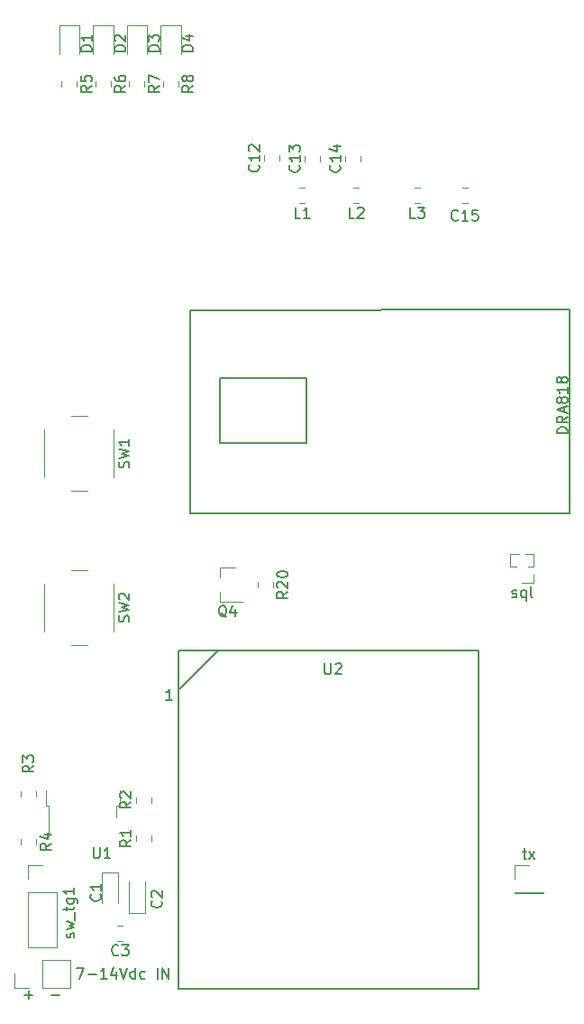
<source format=gbr>
G04 #@! TF.GenerationSoftware,KiCad,Pcbnew,5.1.4-e60b266~84~ubuntu18.04.1*
G04 #@! TF.CreationDate,2019-08-27T12:37:19-06:00*
G04 #@! TF.ProjectId,APRS_MicroNode,41505253-5f4d-4696-9372-6f4e6f64652e,rev?*
G04 #@! TF.SameCoordinates,Original*
G04 #@! TF.FileFunction,Legend,Top*
G04 #@! TF.FilePolarity,Positive*
%FSLAX46Y46*%
G04 Gerber Fmt 4.6, Leading zero omitted, Abs format (unit mm)*
G04 Created by KiCad (PCBNEW 5.1.4-e60b266~84~ubuntu18.04.1) date 2019-08-27 12:37:19*
%MOMM*%
%LPD*%
G04 APERTURE LIST*
%ADD10C,0.150000*%
%ADD11C,0.120000*%
G04 APERTURE END LIST*
D10*
X102322857Y-172807380D02*
X102989523Y-172807380D01*
X102560952Y-173807380D01*
X103370476Y-173426428D02*
X104132380Y-173426428D01*
X105132380Y-173807380D02*
X104560952Y-173807380D01*
X104846666Y-173807380D02*
X104846666Y-172807380D01*
X104751428Y-172950238D01*
X104656190Y-173045476D01*
X104560952Y-173093095D01*
X105989523Y-173140714D02*
X105989523Y-173807380D01*
X105751428Y-172759761D02*
X105513333Y-173474047D01*
X106132380Y-173474047D01*
X106370476Y-172807380D02*
X106703809Y-173807380D01*
X107037142Y-172807380D01*
X107799047Y-173807380D02*
X107799047Y-172807380D01*
X107799047Y-173759761D02*
X107703809Y-173807380D01*
X107513333Y-173807380D01*
X107418095Y-173759761D01*
X107370476Y-173712142D01*
X107322857Y-173616904D01*
X107322857Y-173331190D01*
X107370476Y-173235952D01*
X107418095Y-173188333D01*
X107513333Y-173140714D01*
X107703809Y-173140714D01*
X107799047Y-173188333D01*
X108703809Y-173759761D02*
X108608571Y-173807380D01*
X108418095Y-173807380D01*
X108322857Y-173759761D01*
X108275238Y-173712142D01*
X108227619Y-173616904D01*
X108227619Y-173331190D01*
X108275238Y-173235952D01*
X108322857Y-173188333D01*
X108418095Y-173140714D01*
X108608571Y-173140714D01*
X108703809Y-173188333D01*
X109894285Y-173807380D02*
X109894285Y-172807380D01*
X110370476Y-173807380D02*
X110370476Y-172807380D01*
X110941904Y-173807380D01*
X110941904Y-172807380D01*
X97409047Y-175331428D02*
X98170952Y-175331428D01*
X97790000Y-175712380D02*
X97790000Y-174950476D01*
X99949047Y-175331428D02*
X100710952Y-175331428D01*
D11*
X97730000Y-170875000D02*
X100390000Y-170875000D01*
X97730000Y-165735000D02*
X97730000Y-170875000D01*
X100390000Y-165735000D02*
X100390000Y-170875000D01*
X97730000Y-165735000D02*
X100390000Y-165735000D01*
X97730000Y-164465000D02*
X97730000Y-163135000D01*
X97730000Y-163135000D02*
X99060000Y-163135000D01*
X104625000Y-163850000D02*
X104625000Y-166735000D01*
X106195000Y-163850000D02*
X104625000Y-163850000D01*
X106195000Y-166735000D02*
X106195000Y-163850000D01*
X107165000Y-164735000D02*
X107165000Y-167620000D01*
X107165000Y-167620000D02*
X108735000Y-167620000D01*
X108735000Y-167620000D02*
X108735000Y-164735000D01*
X106636078Y-170255000D02*
X106118922Y-170255000D01*
X106636078Y-168835000D02*
X106118922Y-168835000D01*
X121360000Y-97081078D02*
X121360000Y-96563922D01*
X119940000Y-97081078D02*
X119940000Y-96563922D01*
X123750000Y-97111078D02*
X123750000Y-96593922D01*
X125170000Y-97111078D02*
X125170000Y-96593922D01*
X128980000Y-97111078D02*
X128980000Y-96593922D01*
X127560000Y-97111078D02*
X127560000Y-96593922D01*
X138503922Y-99620000D02*
X139021078Y-99620000D01*
X138503922Y-101040000D02*
X139021078Y-101040000D01*
X102560000Y-87027500D02*
X102560000Y-84342500D01*
X102560000Y-84342500D02*
X100640000Y-84342500D01*
X100640000Y-84342500D02*
X100640000Y-87027500D01*
X103815000Y-84342500D02*
X103815000Y-87027500D01*
X105735000Y-84342500D02*
X103815000Y-84342500D01*
X105735000Y-87027500D02*
X105735000Y-84342500D01*
X108910000Y-87027500D02*
X108910000Y-84342500D01*
X108910000Y-84342500D02*
X106990000Y-84342500D01*
X106990000Y-84342500D02*
X106990000Y-87027500D01*
X110165000Y-84342500D02*
X110165000Y-87027500D01*
X112085000Y-84342500D02*
X110165000Y-84342500D01*
X112085000Y-87027500D02*
X112085000Y-84342500D01*
X123751078Y-101040000D02*
X123233922Y-101040000D01*
X123751078Y-99620000D02*
X123233922Y-99620000D01*
X128831078Y-99620000D02*
X128313922Y-99620000D01*
X128831078Y-101040000D02*
X128313922Y-101040000D01*
X134546078Y-101040000D02*
X134028922Y-101040000D01*
X134546078Y-99620000D02*
X134028922Y-99620000D01*
X115715000Y-135265000D02*
X115715000Y-136195000D01*
X115715000Y-138425000D02*
X115715000Y-137495000D01*
X115715000Y-138425000D02*
X117875000Y-138425000D01*
X115715000Y-135265000D02*
X117175000Y-135265000D01*
X109295000Y-160913578D02*
X109295000Y-160396422D01*
X107875000Y-160913578D02*
X107875000Y-160396422D01*
X107875000Y-157318079D02*
X107875000Y-156800923D01*
X109295000Y-157318079D02*
X109295000Y-156800923D01*
X98500000Y-156253922D02*
X98500000Y-156771078D01*
X97080000Y-156253922D02*
X97080000Y-156771078D01*
X97080000Y-160698922D02*
X97080000Y-161216078D01*
X98500000Y-160698922D02*
X98500000Y-161216078D01*
X100890000Y-89578922D02*
X100890000Y-90096078D01*
X102310000Y-89578922D02*
X102310000Y-90096078D01*
X105485000Y-89578922D02*
X105485000Y-90096078D01*
X104065000Y-89578922D02*
X104065000Y-90096078D01*
X107240000Y-89578922D02*
X107240000Y-90096078D01*
X108660000Y-89578922D02*
X108660000Y-90096078D01*
X111835000Y-89578922D02*
X111835000Y-90096078D01*
X110415000Y-89578922D02*
X110415000Y-90096078D01*
X120725000Y-136598922D02*
X120725000Y-137116078D01*
X119305000Y-136598922D02*
X119305000Y-137116078D01*
X99275000Y-122285000D02*
X99275000Y-126785000D01*
X103275000Y-121035000D02*
X101775000Y-121035000D01*
X105775000Y-126785000D02*
X105775000Y-122285000D01*
X101775000Y-128035000D02*
X103275000Y-128035000D01*
X101775000Y-142490000D02*
X103275000Y-142490000D01*
X105775000Y-141240000D02*
X105775000Y-136740000D01*
X103275000Y-135490000D02*
X101775000Y-135490000D01*
X99275000Y-136740000D02*
X99275000Y-141240000D01*
X99420000Y-156105000D02*
X99420000Y-157605000D01*
X99420000Y-157605000D02*
X99690000Y-157605000D01*
X99690000Y-157605000D02*
X99690000Y-160435000D01*
X106320000Y-156105000D02*
X106320000Y-157605000D01*
X106320000Y-157605000D02*
X106050000Y-157605000D01*
X106050000Y-157605000D02*
X106050000Y-158705000D01*
D10*
X140081000Y-143002000D02*
X140081000Y-174752000D01*
X140081000Y-174752000D02*
X111887000Y-174752000D01*
X111887000Y-174752000D02*
X111887000Y-143002000D01*
X111887000Y-143002000D02*
X140081000Y-143002000D01*
X115570000Y-143002000D02*
X112014000Y-146558000D01*
X111887000Y-146558000D02*
X112014000Y-146558000D01*
X115755000Y-123559000D02*
X115755000Y-117463000D01*
X123883000Y-123559000D02*
X115755000Y-123559000D01*
X123883000Y-117463000D02*
X123883000Y-123559000D01*
X115755000Y-117463000D02*
X123883000Y-117463000D01*
X148580000Y-111050000D02*
X112955000Y-111100000D01*
X112955000Y-130175000D02*
X148580000Y-130175000D01*
X148580000Y-130150000D02*
X148580000Y-111075000D01*
X112961000Y-130163000D02*
X112961000Y-111113000D01*
D11*
X101660000Y-174685000D02*
X101660000Y-172025000D01*
X99060000Y-174685000D02*
X101660000Y-174685000D01*
X99060000Y-172025000D02*
X101660000Y-172025000D01*
X99060000Y-174685000D02*
X99060000Y-172025000D01*
X97790000Y-174685000D02*
X96460000Y-174685000D01*
X96460000Y-174685000D02*
X96460000Y-173355000D01*
X143450000Y-165795000D02*
X146110000Y-165795000D01*
X143450000Y-165735000D02*
X143450000Y-165795000D01*
X146110000Y-165735000D02*
X146110000Y-165795000D01*
X143450000Y-165735000D02*
X146110000Y-165735000D01*
X143450000Y-164465000D02*
X143450000Y-163135000D01*
X143450000Y-163135000D02*
X144780000Y-163135000D01*
X145255000Y-133925000D02*
X144452530Y-133925000D01*
X143837470Y-133925000D02*
X143035000Y-133925000D01*
X145255000Y-135130000D02*
X145255000Y-133925000D01*
X143035000Y-135130000D02*
X143035000Y-133925000D01*
X145255000Y-135130000D02*
X144708471Y-135130000D01*
X143581529Y-135130000D02*
X143035000Y-135130000D01*
X145255000Y-135890000D02*
X145255000Y-136650000D01*
X145255000Y-136650000D02*
X144145000Y-136650000D01*
D10*
X102004761Y-169973333D02*
X102052380Y-169878095D01*
X102052380Y-169687619D01*
X102004761Y-169592380D01*
X101909523Y-169544761D01*
X101861904Y-169544761D01*
X101766666Y-169592380D01*
X101719047Y-169687619D01*
X101719047Y-169830476D01*
X101671428Y-169925714D01*
X101576190Y-169973333D01*
X101528571Y-169973333D01*
X101433333Y-169925714D01*
X101385714Y-169830476D01*
X101385714Y-169687619D01*
X101433333Y-169592380D01*
X101385714Y-169211428D02*
X102052380Y-169020952D01*
X101576190Y-168830476D01*
X102052380Y-168640000D01*
X101385714Y-168449523D01*
X102147619Y-168306666D02*
X102147619Y-167544761D01*
X101385714Y-167449523D02*
X101385714Y-167068571D01*
X101052380Y-167306666D02*
X101909523Y-167306666D01*
X102004761Y-167259047D01*
X102052380Y-167163809D01*
X102052380Y-167068571D01*
X101385714Y-166306666D02*
X102195238Y-166306666D01*
X102290476Y-166354285D01*
X102338095Y-166401904D01*
X102385714Y-166497142D01*
X102385714Y-166640000D01*
X102338095Y-166735238D01*
X102004761Y-166306666D02*
X102052380Y-166401904D01*
X102052380Y-166592380D01*
X102004761Y-166687619D01*
X101957142Y-166735238D01*
X101861904Y-166782857D01*
X101576190Y-166782857D01*
X101480952Y-166735238D01*
X101433333Y-166687619D01*
X101385714Y-166592380D01*
X101385714Y-166401904D01*
X101433333Y-166306666D01*
X102052380Y-165306666D02*
X102052380Y-165878095D01*
X102052380Y-165592380D02*
X101052380Y-165592380D01*
X101195238Y-165687619D01*
X101290476Y-165782857D01*
X101338095Y-165878095D01*
X104497142Y-165901666D02*
X104544761Y-165949285D01*
X104592380Y-166092142D01*
X104592380Y-166187380D01*
X104544761Y-166330238D01*
X104449523Y-166425476D01*
X104354285Y-166473095D01*
X104163809Y-166520714D01*
X104020952Y-166520714D01*
X103830476Y-166473095D01*
X103735238Y-166425476D01*
X103640000Y-166330238D01*
X103592380Y-166187380D01*
X103592380Y-166092142D01*
X103640000Y-165949285D01*
X103687619Y-165901666D01*
X104592380Y-164949285D02*
X104592380Y-165520714D01*
X104592380Y-165235000D02*
X103592380Y-165235000D01*
X103735238Y-165330238D01*
X103830476Y-165425476D01*
X103878095Y-165520714D01*
X110212142Y-166536666D02*
X110259761Y-166584285D01*
X110307380Y-166727142D01*
X110307380Y-166822380D01*
X110259761Y-166965238D01*
X110164523Y-167060476D01*
X110069285Y-167108095D01*
X109878809Y-167155714D01*
X109735952Y-167155714D01*
X109545476Y-167108095D01*
X109450238Y-167060476D01*
X109355000Y-166965238D01*
X109307380Y-166822380D01*
X109307380Y-166727142D01*
X109355000Y-166584285D01*
X109402619Y-166536666D01*
X109402619Y-166155714D02*
X109355000Y-166108095D01*
X109307380Y-166012857D01*
X109307380Y-165774761D01*
X109355000Y-165679523D01*
X109402619Y-165631904D01*
X109497857Y-165584285D01*
X109593095Y-165584285D01*
X109735952Y-165631904D01*
X110307380Y-166203333D01*
X110307380Y-165584285D01*
X106210833Y-171552142D02*
X106163214Y-171599761D01*
X106020357Y-171647380D01*
X105925119Y-171647380D01*
X105782261Y-171599761D01*
X105687023Y-171504523D01*
X105639404Y-171409285D01*
X105591785Y-171218809D01*
X105591785Y-171075952D01*
X105639404Y-170885476D01*
X105687023Y-170790238D01*
X105782261Y-170695000D01*
X105925119Y-170647380D01*
X106020357Y-170647380D01*
X106163214Y-170695000D01*
X106210833Y-170742619D01*
X106544166Y-170647380D02*
X107163214Y-170647380D01*
X106829880Y-171028333D01*
X106972738Y-171028333D01*
X107067976Y-171075952D01*
X107115595Y-171123571D01*
X107163214Y-171218809D01*
X107163214Y-171456904D01*
X107115595Y-171552142D01*
X107067976Y-171599761D01*
X106972738Y-171647380D01*
X106687023Y-171647380D01*
X106591785Y-171599761D01*
X106544166Y-171552142D01*
X119357142Y-97465357D02*
X119404761Y-97512976D01*
X119452380Y-97655833D01*
X119452380Y-97751071D01*
X119404761Y-97893928D01*
X119309523Y-97989166D01*
X119214285Y-98036785D01*
X119023809Y-98084404D01*
X118880952Y-98084404D01*
X118690476Y-98036785D01*
X118595238Y-97989166D01*
X118500000Y-97893928D01*
X118452380Y-97751071D01*
X118452380Y-97655833D01*
X118500000Y-97512976D01*
X118547619Y-97465357D01*
X119452380Y-96512976D02*
X119452380Y-97084404D01*
X119452380Y-96798690D02*
X118452380Y-96798690D01*
X118595238Y-96893928D01*
X118690476Y-96989166D01*
X118738095Y-97084404D01*
X118547619Y-96132023D02*
X118500000Y-96084404D01*
X118452380Y-95989166D01*
X118452380Y-95751071D01*
X118500000Y-95655833D01*
X118547619Y-95608214D01*
X118642857Y-95560595D01*
X118738095Y-95560595D01*
X118880952Y-95608214D01*
X119452380Y-96179642D01*
X119452380Y-95560595D01*
X123167142Y-97495357D02*
X123214761Y-97542976D01*
X123262380Y-97685833D01*
X123262380Y-97781071D01*
X123214761Y-97923928D01*
X123119523Y-98019166D01*
X123024285Y-98066785D01*
X122833809Y-98114404D01*
X122690952Y-98114404D01*
X122500476Y-98066785D01*
X122405238Y-98019166D01*
X122310000Y-97923928D01*
X122262380Y-97781071D01*
X122262380Y-97685833D01*
X122310000Y-97542976D01*
X122357619Y-97495357D01*
X123262380Y-96542976D02*
X123262380Y-97114404D01*
X123262380Y-96828690D02*
X122262380Y-96828690D01*
X122405238Y-96923928D01*
X122500476Y-97019166D01*
X122548095Y-97114404D01*
X122262380Y-96209642D02*
X122262380Y-95590595D01*
X122643333Y-95923928D01*
X122643333Y-95781071D01*
X122690952Y-95685833D01*
X122738571Y-95638214D01*
X122833809Y-95590595D01*
X123071904Y-95590595D01*
X123167142Y-95638214D01*
X123214761Y-95685833D01*
X123262380Y-95781071D01*
X123262380Y-96066785D01*
X123214761Y-96162023D01*
X123167142Y-96209642D01*
X126977142Y-97495357D02*
X127024761Y-97542976D01*
X127072380Y-97685833D01*
X127072380Y-97781071D01*
X127024761Y-97923928D01*
X126929523Y-98019166D01*
X126834285Y-98066785D01*
X126643809Y-98114404D01*
X126500952Y-98114404D01*
X126310476Y-98066785D01*
X126215238Y-98019166D01*
X126120000Y-97923928D01*
X126072380Y-97781071D01*
X126072380Y-97685833D01*
X126120000Y-97542976D01*
X126167619Y-97495357D01*
X127072380Y-96542976D02*
X127072380Y-97114404D01*
X127072380Y-96828690D02*
X126072380Y-96828690D01*
X126215238Y-96923928D01*
X126310476Y-97019166D01*
X126358095Y-97114404D01*
X126405714Y-95685833D02*
X127072380Y-95685833D01*
X126024761Y-95923928D02*
X126739047Y-96162023D01*
X126739047Y-95542976D01*
X138119642Y-102592142D02*
X138072023Y-102639761D01*
X137929166Y-102687380D01*
X137833928Y-102687380D01*
X137691071Y-102639761D01*
X137595833Y-102544523D01*
X137548214Y-102449285D01*
X137500595Y-102258809D01*
X137500595Y-102115952D01*
X137548214Y-101925476D01*
X137595833Y-101830238D01*
X137691071Y-101735000D01*
X137833928Y-101687380D01*
X137929166Y-101687380D01*
X138072023Y-101735000D01*
X138119642Y-101782619D01*
X139072023Y-102687380D02*
X138500595Y-102687380D01*
X138786309Y-102687380D02*
X138786309Y-101687380D01*
X138691071Y-101830238D01*
X138595833Y-101925476D01*
X138500595Y-101973095D01*
X139976785Y-101687380D02*
X139500595Y-101687380D01*
X139452976Y-102163571D01*
X139500595Y-102115952D01*
X139595833Y-102068333D01*
X139833928Y-102068333D01*
X139929166Y-102115952D01*
X139976785Y-102163571D01*
X140024404Y-102258809D01*
X140024404Y-102496904D01*
X139976785Y-102592142D01*
X139929166Y-102639761D01*
X139833928Y-102687380D01*
X139595833Y-102687380D01*
X139500595Y-102639761D01*
X139452976Y-102592142D01*
X103702380Y-86765595D02*
X102702380Y-86765595D01*
X102702380Y-86527500D01*
X102750000Y-86384642D01*
X102845238Y-86289404D01*
X102940476Y-86241785D01*
X103130952Y-86194166D01*
X103273809Y-86194166D01*
X103464285Y-86241785D01*
X103559523Y-86289404D01*
X103654761Y-86384642D01*
X103702380Y-86527500D01*
X103702380Y-86765595D01*
X103702380Y-85241785D02*
X103702380Y-85813214D01*
X103702380Y-85527500D02*
X102702380Y-85527500D01*
X102845238Y-85622738D01*
X102940476Y-85717976D01*
X102988095Y-85813214D01*
X106877380Y-86765595D02*
X105877380Y-86765595D01*
X105877380Y-86527500D01*
X105925000Y-86384642D01*
X106020238Y-86289404D01*
X106115476Y-86241785D01*
X106305952Y-86194166D01*
X106448809Y-86194166D01*
X106639285Y-86241785D01*
X106734523Y-86289404D01*
X106829761Y-86384642D01*
X106877380Y-86527500D01*
X106877380Y-86765595D01*
X105972619Y-85813214D02*
X105925000Y-85765595D01*
X105877380Y-85670357D01*
X105877380Y-85432261D01*
X105925000Y-85337023D01*
X105972619Y-85289404D01*
X106067857Y-85241785D01*
X106163095Y-85241785D01*
X106305952Y-85289404D01*
X106877380Y-85860833D01*
X106877380Y-85241785D01*
X110052380Y-86765595D02*
X109052380Y-86765595D01*
X109052380Y-86527500D01*
X109100000Y-86384642D01*
X109195238Y-86289404D01*
X109290476Y-86241785D01*
X109480952Y-86194166D01*
X109623809Y-86194166D01*
X109814285Y-86241785D01*
X109909523Y-86289404D01*
X110004761Y-86384642D01*
X110052380Y-86527500D01*
X110052380Y-86765595D01*
X109052380Y-85860833D02*
X109052380Y-85241785D01*
X109433333Y-85575119D01*
X109433333Y-85432261D01*
X109480952Y-85337023D01*
X109528571Y-85289404D01*
X109623809Y-85241785D01*
X109861904Y-85241785D01*
X109957142Y-85289404D01*
X110004761Y-85337023D01*
X110052380Y-85432261D01*
X110052380Y-85717976D01*
X110004761Y-85813214D01*
X109957142Y-85860833D01*
X113227380Y-86765595D02*
X112227380Y-86765595D01*
X112227380Y-86527500D01*
X112275000Y-86384642D01*
X112370238Y-86289404D01*
X112465476Y-86241785D01*
X112655952Y-86194166D01*
X112798809Y-86194166D01*
X112989285Y-86241785D01*
X113084523Y-86289404D01*
X113179761Y-86384642D01*
X113227380Y-86527500D01*
X113227380Y-86765595D01*
X112560714Y-85337023D02*
X113227380Y-85337023D01*
X112179761Y-85575119D02*
X112894047Y-85813214D01*
X112894047Y-85194166D01*
X123325833Y-102432380D02*
X122849642Y-102432380D01*
X122849642Y-101432380D01*
X124182976Y-102432380D02*
X123611547Y-102432380D01*
X123897261Y-102432380D02*
X123897261Y-101432380D01*
X123802023Y-101575238D01*
X123706785Y-101670476D01*
X123611547Y-101718095D01*
X128405833Y-102432380D02*
X127929642Y-102432380D01*
X127929642Y-101432380D01*
X128691547Y-101527619D02*
X128739166Y-101480000D01*
X128834404Y-101432380D01*
X129072500Y-101432380D01*
X129167738Y-101480000D01*
X129215357Y-101527619D01*
X129262976Y-101622857D01*
X129262976Y-101718095D01*
X129215357Y-101860952D01*
X128643928Y-102432380D01*
X129262976Y-102432380D01*
X134120833Y-102432380D02*
X133644642Y-102432380D01*
X133644642Y-101432380D01*
X134358928Y-101432380D02*
X134977976Y-101432380D01*
X134644642Y-101813333D01*
X134787500Y-101813333D01*
X134882738Y-101860952D01*
X134930357Y-101908571D01*
X134977976Y-102003809D01*
X134977976Y-102241904D01*
X134930357Y-102337142D01*
X134882738Y-102384761D01*
X134787500Y-102432380D01*
X134501785Y-102432380D01*
X134406547Y-102384761D01*
X134358928Y-102337142D01*
X116379761Y-139892619D02*
X116284523Y-139845000D01*
X116189285Y-139749761D01*
X116046428Y-139606904D01*
X115951190Y-139559285D01*
X115855952Y-139559285D01*
X115903571Y-139797380D02*
X115808333Y-139749761D01*
X115713095Y-139654523D01*
X115665476Y-139464047D01*
X115665476Y-139130714D01*
X115713095Y-138940238D01*
X115808333Y-138845000D01*
X115903571Y-138797380D01*
X116094047Y-138797380D01*
X116189285Y-138845000D01*
X116284523Y-138940238D01*
X116332142Y-139130714D01*
X116332142Y-139464047D01*
X116284523Y-139654523D01*
X116189285Y-139749761D01*
X116094047Y-139797380D01*
X115903571Y-139797380D01*
X117189285Y-139130714D02*
X117189285Y-139797380D01*
X116951190Y-138749761D02*
X116713095Y-139464047D01*
X117332142Y-139464047D01*
X107387380Y-160821666D02*
X106911190Y-161155000D01*
X107387380Y-161393095D02*
X106387380Y-161393095D01*
X106387380Y-161012142D01*
X106435000Y-160916904D01*
X106482619Y-160869285D01*
X106577857Y-160821666D01*
X106720714Y-160821666D01*
X106815952Y-160869285D01*
X106863571Y-160916904D01*
X106911190Y-161012142D01*
X106911190Y-161393095D01*
X107387380Y-159869285D02*
X107387380Y-160440714D01*
X107387380Y-160155000D02*
X106387380Y-160155000D01*
X106530238Y-160250238D01*
X106625476Y-160345476D01*
X106673095Y-160440714D01*
X107387380Y-157226167D02*
X106911190Y-157559501D01*
X107387380Y-157797596D02*
X106387380Y-157797596D01*
X106387380Y-157416643D01*
X106435000Y-157321405D01*
X106482619Y-157273786D01*
X106577857Y-157226167D01*
X106720714Y-157226167D01*
X106815952Y-157273786D01*
X106863571Y-157321405D01*
X106911190Y-157416643D01*
X106911190Y-157797596D01*
X106482619Y-156845215D02*
X106435000Y-156797596D01*
X106387380Y-156702358D01*
X106387380Y-156464262D01*
X106435000Y-156369024D01*
X106482619Y-156321405D01*
X106577857Y-156273786D01*
X106673095Y-156273786D01*
X106815952Y-156321405D01*
X107387380Y-156892834D01*
X107387380Y-156273786D01*
X98242380Y-153836666D02*
X97766190Y-154170000D01*
X98242380Y-154408095D02*
X97242380Y-154408095D01*
X97242380Y-154027142D01*
X97290000Y-153931904D01*
X97337619Y-153884285D01*
X97432857Y-153836666D01*
X97575714Y-153836666D01*
X97670952Y-153884285D01*
X97718571Y-153931904D01*
X97766190Y-154027142D01*
X97766190Y-154408095D01*
X97242380Y-153503333D02*
X97242380Y-152884285D01*
X97623333Y-153217619D01*
X97623333Y-153074761D01*
X97670952Y-152979523D01*
X97718571Y-152931904D01*
X97813809Y-152884285D01*
X98051904Y-152884285D01*
X98147142Y-152931904D01*
X98194761Y-152979523D01*
X98242380Y-153074761D01*
X98242380Y-153360476D01*
X98194761Y-153455714D01*
X98147142Y-153503333D01*
X99892380Y-161124166D02*
X99416190Y-161457500D01*
X99892380Y-161695595D02*
X98892380Y-161695595D01*
X98892380Y-161314642D01*
X98940000Y-161219404D01*
X98987619Y-161171785D01*
X99082857Y-161124166D01*
X99225714Y-161124166D01*
X99320952Y-161171785D01*
X99368571Y-161219404D01*
X99416190Y-161314642D01*
X99416190Y-161695595D01*
X99225714Y-160267023D02*
X99892380Y-160267023D01*
X98844761Y-160505119D02*
X99559047Y-160743214D01*
X99559047Y-160124166D01*
X103702380Y-90004166D02*
X103226190Y-90337500D01*
X103702380Y-90575595D02*
X102702380Y-90575595D01*
X102702380Y-90194642D01*
X102750000Y-90099404D01*
X102797619Y-90051785D01*
X102892857Y-90004166D01*
X103035714Y-90004166D01*
X103130952Y-90051785D01*
X103178571Y-90099404D01*
X103226190Y-90194642D01*
X103226190Y-90575595D01*
X102702380Y-89099404D02*
X102702380Y-89575595D01*
X103178571Y-89623214D01*
X103130952Y-89575595D01*
X103083333Y-89480357D01*
X103083333Y-89242261D01*
X103130952Y-89147023D01*
X103178571Y-89099404D01*
X103273809Y-89051785D01*
X103511904Y-89051785D01*
X103607142Y-89099404D01*
X103654761Y-89147023D01*
X103702380Y-89242261D01*
X103702380Y-89480357D01*
X103654761Y-89575595D01*
X103607142Y-89623214D01*
X106877380Y-90004166D02*
X106401190Y-90337500D01*
X106877380Y-90575595D02*
X105877380Y-90575595D01*
X105877380Y-90194642D01*
X105925000Y-90099404D01*
X105972619Y-90051785D01*
X106067857Y-90004166D01*
X106210714Y-90004166D01*
X106305952Y-90051785D01*
X106353571Y-90099404D01*
X106401190Y-90194642D01*
X106401190Y-90575595D01*
X105877380Y-89147023D02*
X105877380Y-89337500D01*
X105925000Y-89432738D01*
X105972619Y-89480357D01*
X106115476Y-89575595D01*
X106305952Y-89623214D01*
X106686904Y-89623214D01*
X106782142Y-89575595D01*
X106829761Y-89527976D01*
X106877380Y-89432738D01*
X106877380Y-89242261D01*
X106829761Y-89147023D01*
X106782142Y-89099404D01*
X106686904Y-89051785D01*
X106448809Y-89051785D01*
X106353571Y-89099404D01*
X106305952Y-89147023D01*
X106258333Y-89242261D01*
X106258333Y-89432738D01*
X106305952Y-89527976D01*
X106353571Y-89575595D01*
X106448809Y-89623214D01*
X110052380Y-90004166D02*
X109576190Y-90337500D01*
X110052380Y-90575595D02*
X109052380Y-90575595D01*
X109052380Y-90194642D01*
X109100000Y-90099404D01*
X109147619Y-90051785D01*
X109242857Y-90004166D01*
X109385714Y-90004166D01*
X109480952Y-90051785D01*
X109528571Y-90099404D01*
X109576190Y-90194642D01*
X109576190Y-90575595D01*
X109052380Y-89670833D02*
X109052380Y-89004166D01*
X110052380Y-89432738D01*
X113227380Y-90004166D02*
X112751190Y-90337500D01*
X113227380Y-90575595D02*
X112227380Y-90575595D01*
X112227380Y-90194642D01*
X112275000Y-90099404D01*
X112322619Y-90051785D01*
X112417857Y-90004166D01*
X112560714Y-90004166D01*
X112655952Y-90051785D01*
X112703571Y-90099404D01*
X112751190Y-90194642D01*
X112751190Y-90575595D01*
X112655952Y-89432738D02*
X112608333Y-89527976D01*
X112560714Y-89575595D01*
X112465476Y-89623214D01*
X112417857Y-89623214D01*
X112322619Y-89575595D01*
X112275000Y-89527976D01*
X112227380Y-89432738D01*
X112227380Y-89242261D01*
X112275000Y-89147023D01*
X112322619Y-89099404D01*
X112417857Y-89051785D01*
X112465476Y-89051785D01*
X112560714Y-89099404D01*
X112608333Y-89147023D01*
X112655952Y-89242261D01*
X112655952Y-89432738D01*
X112703571Y-89527976D01*
X112751190Y-89575595D01*
X112846428Y-89623214D01*
X113036904Y-89623214D01*
X113132142Y-89575595D01*
X113179761Y-89527976D01*
X113227380Y-89432738D01*
X113227380Y-89242261D01*
X113179761Y-89147023D01*
X113132142Y-89099404D01*
X113036904Y-89051785D01*
X112846428Y-89051785D01*
X112751190Y-89099404D01*
X112703571Y-89147023D01*
X112655952Y-89242261D01*
X122117380Y-137500357D02*
X121641190Y-137833690D01*
X122117380Y-138071785D02*
X121117380Y-138071785D01*
X121117380Y-137690833D01*
X121165000Y-137595595D01*
X121212619Y-137547976D01*
X121307857Y-137500357D01*
X121450714Y-137500357D01*
X121545952Y-137547976D01*
X121593571Y-137595595D01*
X121641190Y-137690833D01*
X121641190Y-138071785D01*
X121212619Y-137119404D02*
X121165000Y-137071785D01*
X121117380Y-136976547D01*
X121117380Y-136738452D01*
X121165000Y-136643214D01*
X121212619Y-136595595D01*
X121307857Y-136547976D01*
X121403095Y-136547976D01*
X121545952Y-136595595D01*
X122117380Y-137167023D01*
X122117380Y-136547976D01*
X121117380Y-135928928D02*
X121117380Y-135833690D01*
X121165000Y-135738452D01*
X121212619Y-135690833D01*
X121307857Y-135643214D01*
X121498333Y-135595595D01*
X121736428Y-135595595D01*
X121926904Y-135643214D01*
X122022142Y-135690833D01*
X122069761Y-135738452D01*
X122117380Y-135833690D01*
X122117380Y-135928928D01*
X122069761Y-136024166D01*
X122022142Y-136071785D01*
X121926904Y-136119404D01*
X121736428Y-136167023D01*
X121498333Y-136167023D01*
X121307857Y-136119404D01*
X121212619Y-136071785D01*
X121165000Y-136024166D01*
X121117380Y-135928928D01*
X107179761Y-125868333D02*
X107227380Y-125725476D01*
X107227380Y-125487380D01*
X107179761Y-125392142D01*
X107132142Y-125344523D01*
X107036904Y-125296904D01*
X106941666Y-125296904D01*
X106846428Y-125344523D01*
X106798809Y-125392142D01*
X106751190Y-125487380D01*
X106703571Y-125677857D01*
X106655952Y-125773095D01*
X106608333Y-125820714D01*
X106513095Y-125868333D01*
X106417857Y-125868333D01*
X106322619Y-125820714D01*
X106275000Y-125773095D01*
X106227380Y-125677857D01*
X106227380Y-125439761D01*
X106275000Y-125296904D01*
X106227380Y-124963571D02*
X107227380Y-124725476D01*
X106513095Y-124535000D01*
X107227380Y-124344523D01*
X106227380Y-124106428D01*
X107227380Y-123201666D02*
X107227380Y-123773095D01*
X107227380Y-123487380D02*
X106227380Y-123487380D01*
X106370238Y-123582619D01*
X106465476Y-123677857D01*
X106513095Y-123773095D01*
X107179761Y-140323333D02*
X107227380Y-140180476D01*
X107227380Y-139942380D01*
X107179761Y-139847142D01*
X107132142Y-139799523D01*
X107036904Y-139751904D01*
X106941666Y-139751904D01*
X106846428Y-139799523D01*
X106798809Y-139847142D01*
X106751190Y-139942380D01*
X106703571Y-140132857D01*
X106655952Y-140228095D01*
X106608333Y-140275714D01*
X106513095Y-140323333D01*
X106417857Y-140323333D01*
X106322619Y-140275714D01*
X106275000Y-140228095D01*
X106227380Y-140132857D01*
X106227380Y-139894761D01*
X106275000Y-139751904D01*
X106227380Y-139418571D02*
X107227380Y-139180476D01*
X106513095Y-138990000D01*
X107227380Y-138799523D01*
X106227380Y-138561428D01*
X106322619Y-138228095D02*
X106275000Y-138180476D01*
X106227380Y-138085238D01*
X106227380Y-137847142D01*
X106275000Y-137751904D01*
X106322619Y-137704285D01*
X106417857Y-137656666D01*
X106513095Y-137656666D01*
X106655952Y-137704285D01*
X107227380Y-138275714D01*
X107227380Y-137656666D01*
X103886095Y-161504380D02*
X103886095Y-162313904D01*
X103933714Y-162409142D01*
X103981333Y-162456761D01*
X104076571Y-162504380D01*
X104267047Y-162504380D01*
X104362285Y-162456761D01*
X104409904Y-162409142D01*
X104457523Y-162313904D01*
X104457523Y-161504380D01*
X105457523Y-162504380D02*
X104886095Y-162504380D01*
X105171809Y-162504380D02*
X105171809Y-161504380D01*
X105076571Y-161647238D01*
X104981333Y-161742476D01*
X104886095Y-161790095D01*
X125603095Y-144232380D02*
X125603095Y-145041904D01*
X125650714Y-145137142D01*
X125698333Y-145184761D01*
X125793571Y-145232380D01*
X125984047Y-145232380D01*
X126079285Y-145184761D01*
X126126904Y-145137142D01*
X126174523Y-145041904D01*
X126174523Y-144232380D01*
X126603095Y-144327619D02*
X126650714Y-144280000D01*
X126745952Y-144232380D01*
X126984047Y-144232380D01*
X127079285Y-144280000D01*
X127126904Y-144327619D01*
X127174523Y-144422857D01*
X127174523Y-144518095D01*
X127126904Y-144660952D01*
X126555476Y-145232380D01*
X127174523Y-145232380D01*
X111283714Y-147645380D02*
X110712285Y-147645380D01*
X110998000Y-147645380D02*
X110998000Y-146645380D01*
X110902761Y-146788238D01*
X110807523Y-146883476D01*
X110712285Y-146931095D01*
X148407380Y-122634047D02*
X147407380Y-122634047D01*
X147407380Y-122395952D01*
X147455000Y-122253095D01*
X147550238Y-122157857D01*
X147645476Y-122110238D01*
X147835952Y-122062619D01*
X147978809Y-122062619D01*
X148169285Y-122110238D01*
X148264523Y-122157857D01*
X148359761Y-122253095D01*
X148407380Y-122395952D01*
X148407380Y-122634047D01*
X148407380Y-121062619D02*
X147931190Y-121395952D01*
X148407380Y-121634047D02*
X147407380Y-121634047D01*
X147407380Y-121253095D01*
X147455000Y-121157857D01*
X147502619Y-121110238D01*
X147597857Y-121062619D01*
X147740714Y-121062619D01*
X147835952Y-121110238D01*
X147883571Y-121157857D01*
X147931190Y-121253095D01*
X147931190Y-121634047D01*
X148121666Y-120681666D02*
X148121666Y-120205476D01*
X148407380Y-120776904D02*
X147407380Y-120443571D01*
X148407380Y-120110238D01*
X147835952Y-119634047D02*
X147788333Y-119729285D01*
X147740714Y-119776904D01*
X147645476Y-119824523D01*
X147597857Y-119824523D01*
X147502619Y-119776904D01*
X147455000Y-119729285D01*
X147407380Y-119634047D01*
X147407380Y-119443571D01*
X147455000Y-119348333D01*
X147502619Y-119300714D01*
X147597857Y-119253095D01*
X147645476Y-119253095D01*
X147740714Y-119300714D01*
X147788333Y-119348333D01*
X147835952Y-119443571D01*
X147835952Y-119634047D01*
X147883571Y-119729285D01*
X147931190Y-119776904D01*
X148026428Y-119824523D01*
X148216904Y-119824523D01*
X148312142Y-119776904D01*
X148359761Y-119729285D01*
X148407380Y-119634047D01*
X148407380Y-119443571D01*
X148359761Y-119348333D01*
X148312142Y-119300714D01*
X148216904Y-119253095D01*
X148026428Y-119253095D01*
X147931190Y-119300714D01*
X147883571Y-119348333D01*
X147835952Y-119443571D01*
X148407380Y-118300714D02*
X148407380Y-118872142D01*
X148407380Y-118586428D02*
X147407380Y-118586428D01*
X147550238Y-118681666D01*
X147645476Y-118776904D01*
X147693095Y-118872142D01*
X147835952Y-117729285D02*
X147788333Y-117824523D01*
X147740714Y-117872142D01*
X147645476Y-117919761D01*
X147597857Y-117919761D01*
X147502619Y-117872142D01*
X147455000Y-117824523D01*
X147407380Y-117729285D01*
X147407380Y-117538809D01*
X147455000Y-117443571D01*
X147502619Y-117395952D01*
X147597857Y-117348333D01*
X147645476Y-117348333D01*
X147740714Y-117395952D01*
X147788333Y-117443571D01*
X147835952Y-117538809D01*
X147835952Y-117729285D01*
X147883571Y-117824523D01*
X147931190Y-117872142D01*
X148026428Y-117919761D01*
X148216904Y-117919761D01*
X148312142Y-117872142D01*
X148359761Y-117824523D01*
X148407380Y-117729285D01*
X148407380Y-117538809D01*
X148359761Y-117443571D01*
X148312142Y-117395952D01*
X148216904Y-117348333D01*
X148026428Y-117348333D01*
X147931190Y-117395952D01*
X147883571Y-117443571D01*
X147835952Y-117538809D01*
X144184761Y-161920714D02*
X144565714Y-161920714D01*
X144327619Y-161587380D02*
X144327619Y-162444523D01*
X144375238Y-162539761D01*
X144470476Y-162587380D01*
X144565714Y-162587380D01*
X144803809Y-162587380D02*
X145327619Y-161920714D01*
X144803809Y-161920714D02*
X145327619Y-162587380D01*
X143216428Y-137989761D02*
X143311666Y-138037380D01*
X143502142Y-138037380D01*
X143597380Y-137989761D01*
X143645000Y-137894523D01*
X143645000Y-137846904D01*
X143597380Y-137751666D01*
X143502142Y-137704047D01*
X143359285Y-137704047D01*
X143264047Y-137656428D01*
X143216428Y-137561190D01*
X143216428Y-137513571D01*
X143264047Y-137418333D01*
X143359285Y-137370714D01*
X143502142Y-137370714D01*
X143597380Y-137418333D01*
X144502142Y-137370714D02*
X144502142Y-138370714D01*
X144502142Y-137989761D02*
X144406904Y-138037380D01*
X144216428Y-138037380D01*
X144121190Y-137989761D01*
X144073571Y-137942142D01*
X144025952Y-137846904D01*
X144025952Y-137561190D01*
X144073571Y-137465952D01*
X144121190Y-137418333D01*
X144216428Y-137370714D01*
X144406904Y-137370714D01*
X144502142Y-137418333D01*
X145121190Y-138037380D02*
X145025952Y-137989761D01*
X144978333Y-137894523D01*
X144978333Y-137037380D01*
M02*

</source>
